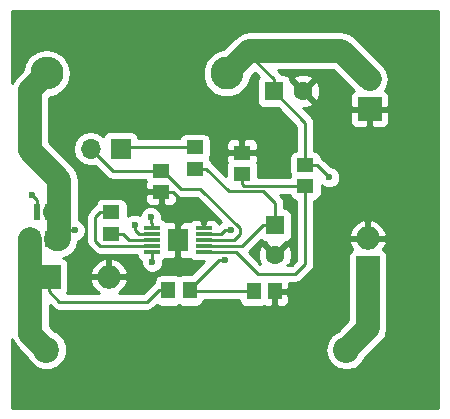
<source format=gbr>
G04 #@! TF.FileFunction,Copper,L1,Top,Signal*
%FSLAX46Y46*%
G04 Gerber Fmt 4.6, Leading zero omitted, Abs format (unit mm)*
G04 Created by KiCad (PCBNEW 4.0.6) date 2017 July 13, Thursday 09:44:44*
%MOMM*%
%LPD*%
G01*
G04 APERTURE LIST*
%ADD10C,0.100000*%
%ADD11O,1.998980X1.998980*%
%ADD12R,1.998980X1.998980*%
%ADD13R,1.450000X1.150000*%
%ADD14R,1.150000X1.450000*%
%ADD15R,1.700000X1.700000*%
%ADD16O,1.700000X1.700000*%
%ADD17C,2.200000*%
%ADD18O,2.200000X2.200000*%
%ADD19R,0.600000X1.400000*%
%ADD20R,1.371600X0.330200*%
%ADD21R,1.727200X1.905000*%
%ADD22R,1.600000X1.600000*%
%ADD23C,1.600000*%
%ADD24R,2.000000X2.000000*%
%ADD25O,2.000000X2.000000*%
%ADD26C,2.800000*%
%ADD27O,2.800000X2.800000*%
%ADD28C,0.600000*%
%ADD29C,0.250000*%
%ADD30C,2.000000*%
%ADD31C,0.254000*%
G04 APERTURE END LIST*
D10*
D11*
X170810000Y-124950000D03*
D12*
X170810000Y-127490000D03*
D11*
X170960000Y-111480000D03*
D12*
X170960000Y-114020000D03*
D13*
X149100000Y-122770000D03*
X149100000Y-124570000D03*
D14*
X161140000Y-129440000D03*
X162940000Y-129440000D03*
D15*
X149880000Y-117370000D03*
D16*
X147340000Y-117370000D03*
D17*
X143600000Y-134400000D03*
D18*
X169000000Y-134400000D03*
D13*
X156150000Y-119070000D03*
X156150000Y-117270000D03*
X153320000Y-119230000D03*
X153320000Y-121030000D03*
D14*
X153930000Y-129380000D03*
X155730000Y-129380000D03*
D13*
X160150000Y-119510000D03*
X160150000Y-117710000D03*
X165530000Y-120550000D03*
X165530000Y-118750000D03*
D19*
X144700000Y-122705000D03*
X143750000Y-122705000D03*
X142800000Y-122705000D03*
X144700000Y-125035000D03*
X143750000Y-125035000D03*
X142800000Y-125035000D03*
D20*
X156914400Y-126090600D03*
X156914400Y-125608000D03*
X156914400Y-125100000D03*
X156914400Y-124592000D03*
X156914400Y-124109400D03*
X152545600Y-124109400D03*
X152545600Y-124592000D03*
X152545600Y-125100000D03*
X152545600Y-125608000D03*
X152545600Y-126090600D03*
D21*
X154730000Y-125100000D03*
D22*
X162980000Y-123870000D03*
D23*
X162980000Y-126370000D03*
D22*
X162840000Y-112510000D03*
D23*
X165340000Y-112510000D03*
D24*
X143810000Y-128210000D03*
D25*
X148890000Y-128210000D03*
D26*
X158870000Y-111000000D03*
D27*
X143630000Y-111000000D03*
D28*
X161671000Y-118046500D03*
X155818500Y-122809000D03*
X164540000Y-129720000D03*
X152560000Y-126930000D03*
X167550000Y-119795000D03*
X159190000Y-124240000D03*
X158700000Y-126760000D03*
X151070000Y-123810000D03*
X146000000Y-124285000D03*
X152430000Y-123180000D03*
X142380000Y-121335000D03*
D29*
X161970010Y-121000010D02*
X159055010Y-121000010D01*
X159055010Y-121000010D02*
X157125000Y-119070000D01*
X157125000Y-119070000D02*
X156150000Y-119070000D01*
X162980000Y-122010000D02*
X161970010Y-121000010D01*
X162980000Y-123870000D02*
X162980000Y-122010000D01*
X162980000Y-123870000D02*
X161930000Y-123870000D01*
X161930000Y-123870000D02*
X160199501Y-125600499D01*
X157860201Y-125600499D02*
X156914400Y-125600499D01*
X160199501Y-125600499D02*
X157860201Y-125600499D01*
X161334500Y-117710000D02*
X161671000Y-118046500D01*
X160150000Y-117710000D02*
X161334500Y-117710000D01*
X154295000Y-121030000D02*
X156074000Y-122809000D01*
X156074000Y-122809000D02*
X156914400Y-123649400D01*
X154730000Y-125100000D02*
X154730000Y-123897500D01*
X154730000Y-123897500D02*
X155818500Y-122809000D01*
X155818500Y-122809000D02*
X156074000Y-122809000D01*
X153320000Y-121030000D02*
X154295000Y-121030000D01*
X156914400Y-123649400D02*
X156914400Y-124101899D01*
X154730000Y-125100000D02*
X154730000Y-125011100D01*
X153470000Y-121030000D02*
X153320000Y-121030000D01*
X164075000Y-129750000D02*
X164510000Y-129750000D01*
X164510000Y-129750000D02*
X164540000Y-129720000D01*
X162940000Y-129440000D02*
X163765000Y-129440000D01*
X163765000Y-129440000D02*
X164075000Y-129750000D01*
X147740000Y-125200000D02*
X148140499Y-125600499D01*
X148140499Y-125600499D02*
X151599799Y-125600499D01*
X151599799Y-125600499D02*
X152545600Y-125600499D01*
X147740000Y-123155000D02*
X147740000Y-125200000D01*
X149100000Y-122770000D02*
X148125000Y-122770000D01*
X148125000Y-122770000D02*
X147740000Y-123155000D01*
X152560000Y-126930000D02*
X152560000Y-126505736D01*
X152560000Y-126505736D02*
X152545600Y-126491336D01*
X152545600Y-126491336D02*
X152545600Y-126098101D01*
X165530000Y-118750000D02*
X166505000Y-118750000D01*
X166505000Y-118750000D02*
X167550000Y-119795000D01*
X162840000Y-112510000D02*
X162840000Y-111460000D01*
X162840000Y-111460000D02*
X160790000Y-109410000D01*
X160790000Y-109410000D02*
X160790000Y-109080000D01*
X165530000Y-118750000D02*
X165530000Y-115200000D01*
X165530000Y-115200000D02*
X162840000Y-112510000D01*
X149100000Y-124570000D02*
X150075000Y-124570000D01*
X150075000Y-124570000D02*
X150605000Y-125100000D01*
X150605000Y-125100000D02*
X151609800Y-125100000D01*
X151609800Y-125100000D02*
X152545600Y-125100000D01*
D30*
X168560000Y-109080000D02*
X160790000Y-109080000D01*
X160790000Y-109080000D02*
X158870000Y-111000000D01*
X170960000Y-111480000D02*
X168560000Y-109080000D01*
D29*
X159190000Y-124240000D02*
X158765736Y-124240000D01*
X158765736Y-124240000D02*
X158406235Y-124599501D01*
X158406235Y-124599501D02*
X157860201Y-124599501D01*
X157860201Y-124599501D02*
X156914400Y-124599501D01*
X158200000Y-126760000D02*
X158700000Y-126760000D01*
X155730000Y-129380000D02*
X155730000Y-129230000D01*
X155730000Y-129230000D02*
X158200000Y-126760000D01*
X161140000Y-129440000D02*
X155790000Y-129440000D01*
X155790000Y-129440000D02*
X155730000Y-129380000D01*
X143810000Y-128210000D02*
X143810000Y-129460000D01*
X143810000Y-129460000D02*
X144705000Y-130355000D01*
X144705000Y-130355000D02*
X152130000Y-130355000D01*
X152130000Y-130355000D02*
X153105000Y-129380000D01*
X153105000Y-129380000D02*
X153930000Y-129380000D01*
D30*
X142249999Y-133049999D02*
X142249999Y-128310000D01*
X142249999Y-128310000D02*
X142249999Y-126695001D01*
D29*
X143810000Y-128210000D02*
X142560000Y-128210000D01*
X142560000Y-128210000D02*
X142460000Y-128310000D01*
X142460000Y-128310000D02*
X142249999Y-128310000D01*
D30*
X143810000Y-128210000D02*
X143764998Y-128210000D01*
X143600000Y-134400000D02*
X142249999Y-133049999D01*
X142249999Y-126695001D02*
X142249999Y-125035000D01*
D29*
X156150000Y-117270000D02*
X149980000Y-117270000D01*
X149980000Y-117270000D02*
X149880000Y-117370000D01*
X153320000Y-119230000D02*
X149200000Y-119230000D01*
X149200000Y-119230000D02*
X147340000Y-117370000D01*
X155000000Y-120760000D02*
X156635002Y-120760000D01*
X156635002Y-120760000D02*
X159990000Y-124114998D01*
X159990000Y-124114998D02*
X159990000Y-124570000D01*
X156914400Y-125100000D02*
X159460000Y-125100000D01*
X155000000Y-120760000D02*
X153470000Y-119230000D01*
X153470000Y-119230000D02*
X153320000Y-119230000D01*
X159460000Y-125100000D02*
X159990000Y-124570000D01*
D30*
X170810000Y-127490000D02*
X170810000Y-132590000D01*
X170810000Y-132590000D02*
X169000000Y-134400000D01*
D29*
X165530000Y-120550000D02*
X160365000Y-120550000D01*
X160365000Y-120550000D02*
X160150000Y-120335000D01*
X160150000Y-120335000D02*
X160150000Y-119510000D01*
X161530000Y-127990000D02*
X159638101Y-126098101D01*
X159638101Y-126098101D02*
X157860201Y-126098101D01*
X157860201Y-126098101D02*
X156914400Y-126098101D01*
X164690000Y-127990000D02*
X161530000Y-127990000D01*
X165530000Y-127150000D02*
X164690000Y-127990000D01*
X165530000Y-120550000D02*
X165530000Y-127150000D01*
X146000000Y-124285000D02*
X145450000Y-124285000D01*
X145450000Y-124285000D02*
X144700000Y-125035000D01*
D30*
X144700000Y-125035000D02*
X144450009Y-125035000D01*
X144700000Y-122705000D02*
X144700000Y-125035000D01*
X144700000Y-122705000D02*
X144300001Y-122705000D01*
X142230001Y-117528501D02*
X144700000Y-119998500D01*
X144700000Y-119998500D02*
X144700000Y-122705000D01*
X143630000Y-111000000D02*
X142230001Y-112399999D01*
X142230001Y-112399999D02*
X142230001Y-117528501D01*
D29*
X151070000Y-123810000D02*
X151070000Y-124234264D01*
X151070000Y-124234264D02*
X151435237Y-124599501D01*
X151435237Y-124599501D02*
X151599799Y-124599501D01*
X151599799Y-124599501D02*
X152545600Y-124599501D01*
X152430000Y-123180000D02*
X152430000Y-123604264D01*
X152430000Y-123604264D02*
X152545600Y-123719864D01*
X152545600Y-123719864D02*
X152545600Y-124101899D01*
X142800000Y-122705000D02*
X142800000Y-121755000D01*
X142800000Y-121755000D02*
X142380000Y-121335000D01*
D31*
G36*
X176790000Y-139290000D02*
X140710000Y-139290000D01*
X140710000Y-133527603D01*
X140739456Y-133675687D01*
X141093879Y-134206119D01*
X142029002Y-135141241D01*
X142128281Y-135381515D01*
X142615918Y-135870004D01*
X143253373Y-136134699D01*
X143943599Y-136135301D01*
X144581515Y-135871719D01*
X145070004Y-135384082D01*
X145334699Y-134746627D01*
X145335001Y-134400000D01*
X167231009Y-134400000D01*
X167363078Y-135063956D01*
X167739179Y-135626830D01*
X168302053Y-136002931D01*
X168966009Y-136135000D01*
X169033991Y-136135000D01*
X169697947Y-136002931D01*
X170260821Y-135626830D01*
X170614043Y-135098197D01*
X171966117Y-133746122D01*
X171966120Y-133746120D01*
X172320543Y-133215687D01*
X172329000Y-133173170D01*
X172445001Y-132590000D01*
X172445000Y-132589995D01*
X172445000Y-128548402D01*
X172456930Y-128489490D01*
X172456930Y-126490510D01*
X172412652Y-126255193D01*
X172273580Y-126039069D01*
X172112351Y-125928906D01*
X172133068Y-125909726D01*
X172399627Y-125330355D01*
X172280807Y-125077000D01*
X170937000Y-125077000D01*
X170937000Y-125097000D01*
X170683000Y-125097000D01*
X170683000Y-125077000D01*
X169339193Y-125077000D01*
X169220373Y-125330355D01*
X169486932Y-125909726D01*
X169508863Y-125930030D01*
X169359069Y-126026420D01*
X169214079Y-126238620D01*
X169163070Y-126490510D01*
X169163070Y-128489490D01*
X169175000Y-128552892D01*
X169175000Y-131912761D01*
X168267812Y-132819948D01*
X167739179Y-133173170D01*
X167363078Y-133736044D01*
X167231009Y-134400000D01*
X145335001Y-134400000D01*
X145335301Y-134056401D01*
X145071719Y-133418485D01*
X144584082Y-132929996D01*
X144341511Y-132829271D01*
X143884999Y-132372759D01*
X143884999Y-130609801D01*
X144167599Y-130892401D01*
X144414161Y-131057148D01*
X144705000Y-131115000D01*
X152130000Y-131115000D01*
X152420839Y-131057148D01*
X152667401Y-130892401D01*
X152957715Y-130602087D01*
X153103110Y-130701431D01*
X153355000Y-130752440D01*
X154505000Y-130752440D01*
X154740317Y-130708162D01*
X154829228Y-130650949D01*
X154903110Y-130701431D01*
X155155000Y-130752440D01*
X156305000Y-130752440D01*
X156540317Y-130708162D01*
X156756441Y-130569090D01*
X156901431Y-130356890D01*
X156933202Y-130200000D01*
X159924146Y-130200000D01*
X159961838Y-130400317D01*
X160100910Y-130616441D01*
X160313110Y-130761431D01*
X160565000Y-130812440D01*
X161715000Y-130812440D01*
X161950317Y-130768162D01*
X162033148Y-130714861D01*
X162238691Y-130800000D01*
X162654250Y-130800000D01*
X162813000Y-130641250D01*
X162813000Y-129567000D01*
X163067000Y-129567000D01*
X163067000Y-130641250D01*
X163225750Y-130800000D01*
X163641309Y-130800000D01*
X163874698Y-130703327D01*
X164053327Y-130524699D01*
X164150000Y-130291310D01*
X164150000Y-129725750D01*
X163991250Y-129567000D01*
X163067000Y-129567000D01*
X162813000Y-129567000D01*
X162793000Y-129567000D01*
X162793000Y-129313000D01*
X162813000Y-129313000D01*
X162813000Y-129293000D01*
X163067000Y-129293000D01*
X163067000Y-129313000D01*
X163991250Y-129313000D01*
X164150000Y-129154250D01*
X164150000Y-128750000D01*
X164690000Y-128750000D01*
X164980839Y-128692148D01*
X165227401Y-128527401D01*
X166067401Y-127687401D01*
X166232148Y-127440840D01*
X166290000Y-127150000D01*
X166290000Y-124569645D01*
X169220373Y-124569645D01*
X169339193Y-124823000D01*
X170683000Y-124823000D01*
X170683000Y-123479735D01*
X170937000Y-123479735D01*
X170937000Y-124823000D01*
X172280807Y-124823000D01*
X172399627Y-124569645D01*
X172133068Y-123990274D01*
X171665084Y-123557013D01*
X171190354Y-123360381D01*
X170937000Y-123479735D01*
X170683000Y-123479735D01*
X170429646Y-123360381D01*
X169954916Y-123557013D01*
X169486932Y-123990274D01*
X169220373Y-124569645D01*
X166290000Y-124569645D01*
X166290000Y-121765854D01*
X166490317Y-121728162D01*
X166706441Y-121589090D01*
X166851431Y-121376890D01*
X166902440Y-121125000D01*
X166902440Y-120469754D01*
X167019673Y-120587192D01*
X167363201Y-120729838D01*
X167735167Y-120730162D01*
X168078943Y-120588117D01*
X168342192Y-120325327D01*
X168484838Y-119981799D01*
X168485162Y-119609833D01*
X168343117Y-119266057D01*
X168080327Y-119002808D01*
X167736799Y-118860162D01*
X167689923Y-118860121D01*
X167042401Y-118212599D01*
X166890405Y-118111039D01*
X166858162Y-117939683D01*
X166719090Y-117723559D01*
X166506890Y-117578569D01*
X166290000Y-117534648D01*
X166290000Y-115200000D01*
X166232148Y-114909161D01*
X166067401Y-114662599D01*
X165710552Y-114305750D01*
X169325510Y-114305750D01*
X169325510Y-115145799D01*
X169422183Y-115379188D01*
X169600811Y-115557817D01*
X169834200Y-115654490D01*
X170674250Y-115654490D01*
X170833000Y-115495740D01*
X170833000Y-114147000D01*
X171087000Y-114147000D01*
X171087000Y-115495740D01*
X171245750Y-115654490D01*
X172085800Y-115654490D01*
X172319189Y-115557817D01*
X172497817Y-115379188D01*
X172594490Y-115145799D01*
X172594490Y-114305750D01*
X172435740Y-114147000D01*
X171087000Y-114147000D01*
X170833000Y-114147000D01*
X169484260Y-114147000D01*
X169325510Y-114305750D01*
X165710552Y-114305750D01*
X165350911Y-113946109D01*
X165693454Y-113929778D01*
X166094005Y-113763864D01*
X166168139Y-113517745D01*
X165340000Y-112689605D01*
X165325858Y-112703748D01*
X165146252Y-112524142D01*
X165160395Y-112510000D01*
X165519605Y-112510000D01*
X166347745Y-113338139D01*
X166593864Y-113264005D01*
X166786965Y-112726777D01*
X166759778Y-112156546D01*
X166593864Y-111755995D01*
X166347745Y-111681861D01*
X165519605Y-112510000D01*
X165160395Y-112510000D01*
X164332255Y-111681861D01*
X164284833Y-111696145D01*
X164248351Y-111502255D01*
X164511861Y-111502255D01*
X165340000Y-112330395D01*
X166168139Y-111502255D01*
X166094005Y-111256136D01*
X165556777Y-111063035D01*
X164986546Y-111090222D01*
X164585995Y-111256136D01*
X164511861Y-111502255D01*
X164248351Y-111502255D01*
X164243162Y-111474683D01*
X164104090Y-111258559D01*
X163891890Y-111113569D01*
X163640000Y-111062560D01*
X163470920Y-111062560D01*
X163377401Y-110922599D01*
X163169802Y-110715000D01*
X167882760Y-110715000D01*
X169635553Y-112467792D01*
X169600811Y-112482183D01*
X169422183Y-112660812D01*
X169325510Y-112894201D01*
X169325510Y-113734250D01*
X169484260Y-113893000D01*
X170833000Y-113893000D01*
X170833000Y-113873000D01*
X171087000Y-113873000D01*
X171087000Y-113893000D01*
X172435740Y-113893000D01*
X172594490Y-113734250D01*
X172594490Y-112894201D01*
X172497817Y-112660812D01*
X172319189Y-112482183D01*
X172256987Y-112456418D01*
X172470072Y-112137514D01*
X172594490Y-111512022D01*
X172594490Y-111482569D01*
X172595001Y-111480000D01*
X172594490Y-111477431D01*
X172594490Y-111447978D01*
X172470072Y-110822486D01*
X172115759Y-110292219D01*
X172021428Y-110229189D01*
X169716120Y-107923880D01*
X169185688Y-107569457D01*
X168560000Y-107444999D01*
X168559995Y-107445000D01*
X160790005Y-107445000D01*
X160790000Y-107444999D01*
X160164312Y-107569457D01*
X159633880Y-107923880D01*
X158593002Y-108964758D01*
X158466989Y-108964648D01*
X157718771Y-109273805D01*
X157145817Y-109845760D01*
X156835354Y-110593438D01*
X156834648Y-111403011D01*
X157143805Y-112151229D01*
X157715760Y-112724183D01*
X158463438Y-113034646D01*
X159273011Y-113035352D01*
X160021229Y-112726195D01*
X160594183Y-112154240D01*
X160904646Y-111406562D01*
X160904759Y-111277481D01*
X161243719Y-110938521D01*
X161573357Y-111268159D01*
X161443569Y-111458110D01*
X161392560Y-111710000D01*
X161392560Y-113310000D01*
X161436838Y-113545317D01*
X161575910Y-113761441D01*
X161788110Y-113906431D01*
X162040000Y-113957440D01*
X163212638Y-113957440D01*
X164770000Y-115514802D01*
X164770000Y-117534146D01*
X164569683Y-117571838D01*
X164353559Y-117710910D01*
X164208569Y-117923110D01*
X164157560Y-118175000D01*
X164157560Y-119325000D01*
X164201838Y-119560317D01*
X164259051Y-119649228D01*
X164208569Y-119723110D01*
X164195023Y-119790000D01*
X161522440Y-119790000D01*
X161522440Y-118935000D01*
X161478162Y-118699683D01*
X161424861Y-118616852D01*
X161510000Y-118411309D01*
X161510000Y-117995750D01*
X161351250Y-117837000D01*
X160277000Y-117837000D01*
X160277000Y-117857000D01*
X160023000Y-117857000D01*
X160023000Y-117837000D01*
X158948750Y-117837000D01*
X158790000Y-117995750D01*
X158790000Y-118411309D01*
X158874649Y-118615670D01*
X158828569Y-118683110D01*
X158777560Y-118935000D01*
X158777560Y-119647758D01*
X157662401Y-118532599D01*
X157510405Y-118431039D01*
X157478162Y-118259683D01*
X157420949Y-118170772D01*
X157471431Y-118096890D01*
X157522440Y-117845000D01*
X157522440Y-117008691D01*
X158790000Y-117008691D01*
X158790000Y-117424250D01*
X158948750Y-117583000D01*
X160023000Y-117583000D01*
X160023000Y-116658750D01*
X160277000Y-116658750D01*
X160277000Y-117583000D01*
X161351250Y-117583000D01*
X161510000Y-117424250D01*
X161510000Y-117008691D01*
X161413327Y-116775302D01*
X161234699Y-116596673D01*
X161001310Y-116500000D01*
X160435750Y-116500000D01*
X160277000Y-116658750D01*
X160023000Y-116658750D01*
X159864250Y-116500000D01*
X159298690Y-116500000D01*
X159065301Y-116596673D01*
X158886673Y-116775302D01*
X158790000Y-117008691D01*
X157522440Y-117008691D01*
X157522440Y-116695000D01*
X157478162Y-116459683D01*
X157339090Y-116243559D01*
X157126890Y-116098569D01*
X156875000Y-116047560D01*
X155425000Y-116047560D01*
X155189683Y-116091838D01*
X154973559Y-116230910D01*
X154828569Y-116443110D01*
X154815023Y-116510000D01*
X151375558Y-116510000D01*
X151333162Y-116284683D01*
X151194090Y-116068559D01*
X150981890Y-115923569D01*
X150730000Y-115872560D01*
X149030000Y-115872560D01*
X148794683Y-115916838D01*
X148578559Y-116055910D01*
X148433569Y-116268110D01*
X148419914Y-116335541D01*
X148390054Y-116290853D01*
X147908285Y-115968946D01*
X147340000Y-115855907D01*
X146771715Y-115968946D01*
X146289946Y-116290853D01*
X145968039Y-116772622D01*
X145855000Y-117340907D01*
X145855000Y-117399093D01*
X145968039Y-117967378D01*
X146289946Y-118449147D01*
X146771715Y-118771054D01*
X147340000Y-118884093D01*
X147706408Y-118811210D01*
X148662599Y-119767401D01*
X148909160Y-119932148D01*
X149200000Y-119990000D01*
X151982370Y-119990000D01*
X151991838Y-120040317D01*
X152045139Y-120123148D01*
X151960000Y-120328691D01*
X151960000Y-120744250D01*
X152118750Y-120903000D01*
X153193000Y-120903000D01*
X153193000Y-120883000D01*
X153447000Y-120883000D01*
X153447000Y-120903000D01*
X153467000Y-120903000D01*
X153467000Y-121157000D01*
X153447000Y-121157000D01*
X153447000Y-122081250D01*
X153605750Y-122240000D01*
X154171310Y-122240000D01*
X154404699Y-122143327D01*
X154583327Y-121964698D01*
X154680000Y-121731309D01*
X154680000Y-121442663D01*
X154709161Y-121462148D01*
X155000000Y-121520000D01*
X156320200Y-121520000D01*
X158392864Y-123592664D01*
X158228335Y-123702599D01*
X158199392Y-123731542D01*
X158138527Y-123584601D01*
X157959898Y-123405973D01*
X157726509Y-123309300D01*
X157200150Y-123309300D01*
X157041400Y-123468050D01*
X157041400Y-123779460D01*
X156787400Y-123779460D01*
X156787400Y-123468050D01*
X156628650Y-123309300D01*
X156102291Y-123309300D01*
X155868902Y-123405973D01*
X155749937Y-123524938D01*
X155719909Y-123512500D01*
X155015750Y-123512500D01*
X154857000Y-123671250D01*
X154857000Y-124973000D01*
X154877000Y-124973000D01*
X154877000Y-125227000D01*
X154857000Y-125227000D01*
X154857000Y-126528750D01*
X155015750Y-126687500D01*
X155719909Y-126687500D01*
X155745145Y-126677047D01*
X155764510Y-126707141D01*
X155976710Y-126852131D01*
X156228600Y-126903140D01*
X156982057Y-126903140D01*
X155877638Y-128007560D01*
X155155000Y-128007560D01*
X154919683Y-128051838D01*
X154830772Y-128109051D01*
X154756890Y-128058569D01*
X154505000Y-128007560D01*
X153355000Y-128007560D01*
X153119683Y-128051838D01*
X152903559Y-128190910D01*
X152758569Y-128403110D01*
X152707560Y-128655000D01*
X152707560Y-128749080D01*
X152567599Y-128842599D01*
X151815198Y-129595000D01*
X149716325Y-129595000D01*
X149849994Y-129533505D01*
X150283402Y-129065385D01*
X150480124Y-128590434D01*
X150360777Y-128337000D01*
X149017000Y-128337000D01*
X149017000Y-128357000D01*
X148763000Y-128357000D01*
X148763000Y-128337000D01*
X147419223Y-128337000D01*
X147299876Y-128590434D01*
X147496598Y-129065385D01*
X147930006Y-129533505D01*
X148063675Y-129595000D01*
X145315481Y-129595000D01*
X145406431Y-129461890D01*
X145457440Y-129210000D01*
X145457440Y-127829566D01*
X147299876Y-127829566D01*
X147419223Y-128083000D01*
X148763000Y-128083000D01*
X148763000Y-126738681D01*
X149017000Y-126738681D01*
X149017000Y-128083000D01*
X150360777Y-128083000D01*
X150480124Y-127829566D01*
X150283402Y-127354615D01*
X149849994Y-126886495D01*
X149270435Y-126619867D01*
X149017000Y-126738681D01*
X148763000Y-126738681D01*
X148509565Y-126619867D01*
X147930006Y-126886495D01*
X147496598Y-127354615D01*
X147299876Y-127829566D01*
X145457440Y-127829566D01*
X145457440Y-127210000D01*
X145413162Y-126974683D01*
X145274090Y-126758559D01*
X145061890Y-126613569D01*
X145023144Y-126605723D01*
X145325687Y-126545543D01*
X145856120Y-126191120D01*
X146210543Y-125660687D01*
X146308288Y-125169290D01*
X146528943Y-125078117D01*
X146792192Y-124815327D01*
X146934838Y-124471799D01*
X146935162Y-124099833D01*
X146793117Y-123756057D01*
X146530327Y-123492808D01*
X146335000Y-123411701D01*
X146335000Y-123155000D01*
X146980000Y-123155000D01*
X146980000Y-125200000D01*
X147037852Y-125490839D01*
X147202599Y-125737401D01*
X147603098Y-126137900D01*
X147849660Y-126302647D01*
X148140499Y-126360499D01*
X151232079Y-126360499D01*
X151256638Y-126491017D01*
X151395710Y-126707141D01*
X151607910Y-126852131D01*
X151625064Y-126855605D01*
X151624838Y-127115167D01*
X151766883Y-127458943D01*
X152029673Y-127722192D01*
X152373201Y-127864838D01*
X152745167Y-127865162D01*
X153088943Y-127723117D01*
X153352192Y-127460327D01*
X153494838Y-127116799D01*
X153495079Y-126840612D01*
X153682841Y-126719790D01*
X153712666Y-126676140D01*
X153740091Y-126687500D01*
X154444250Y-126687500D01*
X154603000Y-126528750D01*
X154603000Y-125227000D01*
X154583000Y-125227000D01*
X154583000Y-124973000D01*
X154603000Y-124973000D01*
X154603000Y-123671250D01*
X154444250Y-123512500D01*
X153740091Y-123512500D01*
X153714855Y-123522953D01*
X153695490Y-123492859D01*
X153483290Y-123347869D01*
X153364875Y-123323889D01*
X153365162Y-122994833D01*
X153223117Y-122651057D01*
X152960327Y-122387808D01*
X152616799Y-122245162D01*
X152244833Y-122244838D01*
X151901057Y-122386883D01*
X151637808Y-122649673D01*
X151501913Y-122976943D01*
X151256799Y-122875162D01*
X150884833Y-122874838D01*
X150541057Y-123016883D01*
X150472440Y-123085380D01*
X150472440Y-122195000D01*
X150428162Y-121959683D01*
X150289090Y-121743559D01*
X150076890Y-121598569D01*
X149825000Y-121547560D01*
X148375000Y-121547560D01*
X148139683Y-121591838D01*
X147923559Y-121730910D01*
X147778569Y-121943110D01*
X147740656Y-122130329D01*
X147587599Y-122232599D01*
X147202599Y-122617599D01*
X147037852Y-122864161D01*
X146980000Y-123155000D01*
X146335000Y-123155000D01*
X146335000Y-121315750D01*
X151960000Y-121315750D01*
X151960000Y-121731309D01*
X152056673Y-121964698D01*
X152235301Y-122143327D01*
X152468690Y-122240000D01*
X153034250Y-122240000D01*
X153193000Y-122081250D01*
X153193000Y-121157000D01*
X152118750Y-121157000D01*
X151960000Y-121315750D01*
X146335000Y-121315750D01*
X146335000Y-119998505D01*
X146335001Y-119998500D01*
X146210543Y-119372812D01*
X145856120Y-118842380D01*
X143865001Y-116851261D01*
X143865001Y-113077239D01*
X143966180Y-112976060D01*
X144448629Y-112880095D01*
X145108830Y-112438962D01*
X145549963Y-111778761D01*
X145704868Y-111000000D01*
X145549963Y-110221239D01*
X145108830Y-109561038D01*
X144448629Y-109119905D01*
X143669868Y-108965000D01*
X143590132Y-108965000D01*
X142811371Y-109119905D01*
X142151170Y-109561038D01*
X141710037Y-110221239D01*
X141614072Y-110703688D01*
X141073881Y-111243879D01*
X140719458Y-111774311D01*
X140710000Y-111821859D01*
X140710000Y-105710000D01*
X176790000Y-105710000D01*
X176790000Y-139290000D01*
X176790000Y-139290000D01*
G37*
X176790000Y-139290000D02*
X140710000Y-139290000D01*
X140710000Y-133527603D01*
X140739456Y-133675687D01*
X141093879Y-134206119D01*
X142029002Y-135141241D01*
X142128281Y-135381515D01*
X142615918Y-135870004D01*
X143253373Y-136134699D01*
X143943599Y-136135301D01*
X144581515Y-135871719D01*
X145070004Y-135384082D01*
X145334699Y-134746627D01*
X145335001Y-134400000D01*
X167231009Y-134400000D01*
X167363078Y-135063956D01*
X167739179Y-135626830D01*
X168302053Y-136002931D01*
X168966009Y-136135000D01*
X169033991Y-136135000D01*
X169697947Y-136002931D01*
X170260821Y-135626830D01*
X170614043Y-135098197D01*
X171966117Y-133746122D01*
X171966120Y-133746120D01*
X172320543Y-133215687D01*
X172329000Y-133173170D01*
X172445001Y-132590000D01*
X172445000Y-132589995D01*
X172445000Y-128548402D01*
X172456930Y-128489490D01*
X172456930Y-126490510D01*
X172412652Y-126255193D01*
X172273580Y-126039069D01*
X172112351Y-125928906D01*
X172133068Y-125909726D01*
X172399627Y-125330355D01*
X172280807Y-125077000D01*
X170937000Y-125077000D01*
X170937000Y-125097000D01*
X170683000Y-125097000D01*
X170683000Y-125077000D01*
X169339193Y-125077000D01*
X169220373Y-125330355D01*
X169486932Y-125909726D01*
X169508863Y-125930030D01*
X169359069Y-126026420D01*
X169214079Y-126238620D01*
X169163070Y-126490510D01*
X169163070Y-128489490D01*
X169175000Y-128552892D01*
X169175000Y-131912761D01*
X168267812Y-132819948D01*
X167739179Y-133173170D01*
X167363078Y-133736044D01*
X167231009Y-134400000D01*
X145335001Y-134400000D01*
X145335301Y-134056401D01*
X145071719Y-133418485D01*
X144584082Y-132929996D01*
X144341511Y-132829271D01*
X143884999Y-132372759D01*
X143884999Y-130609801D01*
X144167599Y-130892401D01*
X144414161Y-131057148D01*
X144705000Y-131115000D01*
X152130000Y-131115000D01*
X152420839Y-131057148D01*
X152667401Y-130892401D01*
X152957715Y-130602087D01*
X153103110Y-130701431D01*
X153355000Y-130752440D01*
X154505000Y-130752440D01*
X154740317Y-130708162D01*
X154829228Y-130650949D01*
X154903110Y-130701431D01*
X155155000Y-130752440D01*
X156305000Y-130752440D01*
X156540317Y-130708162D01*
X156756441Y-130569090D01*
X156901431Y-130356890D01*
X156933202Y-130200000D01*
X159924146Y-130200000D01*
X159961838Y-130400317D01*
X160100910Y-130616441D01*
X160313110Y-130761431D01*
X160565000Y-130812440D01*
X161715000Y-130812440D01*
X161950317Y-130768162D01*
X162033148Y-130714861D01*
X162238691Y-130800000D01*
X162654250Y-130800000D01*
X162813000Y-130641250D01*
X162813000Y-129567000D01*
X163067000Y-129567000D01*
X163067000Y-130641250D01*
X163225750Y-130800000D01*
X163641309Y-130800000D01*
X163874698Y-130703327D01*
X164053327Y-130524699D01*
X164150000Y-130291310D01*
X164150000Y-129725750D01*
X163991250Y-129567000D01*
X163067000Y-129567000D01*
X162813000Y-129567000D01*
X162793000Y-129567000D01*
X162793000Y-129313000D01*
X162813000Y-129313000D01*
X162813000Y-129293000D01*
X163067000Y-129293000D01*
X163067000Y-129313000D01*
X163991250Y-129313000D01*
X164150000Y-129154250D01*
X164150000Y-128750000D01*
X164690000Y-128750000D01*
X164980839Y-128692148D01*
X165227401Y-128527401D01*
X166067401Y-127687401D01*
X166232148Y-127440840D01*
X166290000Y-127150000D01*
X166290000Y-124569645D01*
X169220373Y-124569645D01*
X169339193Y-124823000D01*
X170683000Y-124823000D01*
X170683000Y-123479735D01*
X170937000Y-123479735D01*
X170937000Y-124823000D01*
X172280807Y-124823000D01*
X172399627Y-124569645D01*
X172133068Y-123990274D01*
X171665084Y-123557013D01*
X171190354Y-123360381D01*
X170937000Y-123479735D01*
X170683000Y-123479735D01*
X170429646Y-123360381D01*
X169954916Y-123557013D01*
X169486932Y-123990274D01*
X169220373Y-124569645D01*
X166290000Y-124569645D01*
X166290000Y-121765854D01*
X166490317Y-121728162D01*
X166706441Y-121589090D01*
X166851431Y-121376890D01*
X166902440Y-121125000D01*
X166902440Y-120469754D01*
X167019673Y-120587192D01*
X167363201Y-120729838D01*
X167735167Y-120730162D01*
X168078943Y-120588117D01*
X168342192Y-120325327D01*
X168484838Y-119981799D01*
X168485162Y-119609833D01*
X168343117Y-119266057D01*
X168080327Y-119002808D01*
X167736799Y-118860162D01*
X167689923Y-118860121D01*
X167042401Y-118212599D01*
X166890405Y-118111039D01*
X166858162Y-117939683D01*
X166719090Y-117723559D01*
X166506890Y-117578569D01*
X166290000Y-117534648D01*
X166290000Y-115200000D01*
X166232148Y-114909161D01*
X166067401Y-114662599D01*
X165710552Y-114305750D01*
X169325510Y-114305750D01*
X169325510Y-115145799D01*
X169422183Y-115379188D01*
X169600811Y-115557817D01*
X169834200Y-115654490D01*
X170674250Y-115654490D01*
X170833000Y-115495740D01*
X170833000Y-114147000D01*
X171087000Y-114147000D01*
X171087000Y-115495740D01*
X171245750Y-115654490D01*
X172085800Y-115654490D01*
X172319189Y-115557817D01*
X172497817Y-115379188D01*
X172594490Y-115145799D01*
X172594490Y-114305750D01*
X172435740Y-114147000D01*
X171087000Y-114147000D01*
X170833000Y-114147000D01*
X169484260Y-114147000D01*
X169325510Y-114305750D01*
X165710552Y-114305750D01*
X165350911Y-113946109D01*
X165693454Y-113929778D01*
X166094005Y-113763864D01*
X166168139Y-113517745D01*
X165340000Y-112689605D01*
X165325858Y-112703748D01*
X165146252Y-112524142D01*
X165160395Y-112510000D01*
X165519605Y-112510000D01*
X166347745Y-113338139D01*
X166593864Y-113264005D01*
X166786965Y-112726777D01*
X166759778Y-112156546D01*
X166593864Y-111755995D01*
X166347745Y-111681861D01*
X165519605Y-112510000D01*
X165160395Y-112510000D01*
X164332255Y-111681861D01*
X164284833Y-111696145D01*
X164248351Y-111502255D01*
X164511861Y-111502255D01*
X165340000Y-112330395D01*
X166168139Y-111502255D01*
X166094005Y-111256136D01*
X165556777Y-111063035D01*
X164986546Y-111090222D01*
X164585995Y-111256136D01*
X164511861Y-111502255D01*
X164248351Y-111502255D01*
X164243162Y-111474683D01*
X164104090Y-111258559D01*
X163891890Y-111113569D01*
X163640000Y-111062560D01*
X163470920Y-111062560D01*
X163377401Y-110922599D01*
X163169802Y-110715000D01*
X167882760Y-110715000D01*
X169635553Y-112467792D01*
X169600811Y-112482183D01*
X169422183Y-112660812D01*
X169325510Y-112894201D01*
X169325510Y-113734250D01*
X169484260Y-113893000D01*
X170833000Y-113893000D01*
X170833000Y-113873000D01*
X171087000Y-113873000D01*
X171087000Y-113893000D01*
X172435740Y-113893000D01*
X172594490Y-113734250D01*
X172594490Y-112894201D01*
X172497817Y-112660812D01*
X172319189Y-112482183D01*
X172256987Y-112456418D01*
X172470072Y-112137514D01*
X172594490Y-111512022D01*
X172594490Y-111482569D01*
X172595001Y-111480000D01*
X172594490Y-111477431D01*
X172594490Y-111447978D01*
X172470072Y-110822486D01*
X172115759Y-110292219D01*
X172021428Y-110229189D01*
X169716120Y-107923880D01*
X169185688Y-107569457D01*
X168560000Y-107444999D01*
X168559995Y-107445000D01*
X160790005Y-107445000D01*
X160790000Y-107444999D01*
X160164312Y-107569457D01*
X159633880Y-107923880D01*
X158593002Y-108964758D01*
X158466989Y-108964648D01*
X157718771Y-109273805D01*
X157145817Y-109845760D01*
X156835354Y-110593438D01*
X156834648Y-111403011D01*
X157143805Y-112151229D01*
X157715760Y-112724183D01*
X158463438Y-113034646D01*
X159273011Y-113035352D01*
X160021229Y-112726195D01*
X160594183Y-112154240D01*
X160904646Y-111406562D01*
X160904759Y-111277481D01*
X161243719Y-110938521D01*
X161573357Y-111268159D01*
X161443569Y-111458110D01*
X161392560Y-111710000D01*
X161392560Y-113310000D01*
X161436838Y-113545317D01*
X161575910Y-113761441D01*
X161788110Y-113906431D01*
X162040000Y-113957440D01*
X163212638Y-113957440D01*
X164770000Y-115514802D01*
X164770000Y-117534146D01*
X164569683Y-117571838D01*
X164353559Y-117710910D01*
X164208569Y-117923110D01*
X164157560Y-118175000D01*
X164157560Y-119325000D01*
X164201838Y-119560317D01*
X164259051Y-119649228D01*
X164208569Y-119723110D01*
X164195023Y-119790000D01*
X161522440Y-119790000D01*
X161522440Y-118935000D01*
X161478162Y-118699683D01*
X161424861Y-118616852D01*
X161510000Y-118411309D01*
X161510000Y-117995750D01*
X161351250Y-117837000D01*
X160277000Y-117837000D01*
X160277000Y-117857000D01*
X160023000Y-117857000D01*
X160023000Y-117837000D01*
X158948750Y-117837000D01*
X158790000Y-117995750D01*
X158790000Y-118411309D01*
X158874649Y-118615670D01*
X158828569Y-118683110D01*
X158777560Y-118935000D01*
X158777560Y-119647758D01*
X157662401Y-118532599D01*
X157510405Y-118431039D01*
X157478162Y-118259683D01*
X157420949Y-118170772D01*
X157471431Y-118096890D01*
X157522440Y-117845000D01*
X157522440Y-117008691D01*
X158790000Y-117008691D01*
X158790000Y-117424250D01*
X158948750Y-117583000D01*
X160023000Y-117583000D01*
X160023000Y-116658750D01*
X160277000Y-116658750D01*
X160277000Y-117583000D01*
X161351250Y-117583000D01*
X161510000Y-117424250D01*
X161510000Y-117008691D01*
X161413327Y-116775302D01*
X161234699Y-116596673D01*
X161001310Y-116500000D01*
X160435750Y-116500000D01*
X160277000Y-116658750D01*
X160023000Y-116658750D01*
X159864250Y-116500000D01*
X159298690Y-116500000D01*
X159065301Y-116596673D01*
X158886673Y-116775302D01*
X158790000Y-117008691D01*
X157522440Y-117008691D01*
X157522440Y-116695000D01*
X157478162Y-116459683D01*
X157339090Y-116243559D01*
X157126890Y-116098569D01*
X156875000Y-116047560D01*
X155425000Y-116047560D01*
X155189683Y-116091838D01*
X154973559Y-116230910D01*
X154828569Y-116443110D01*
X154815023Y-116510000D01*
X151375558Y-116510000D01*
X151333162Y-116284683D01*
X151194090Y-116068559D01*
X150981890Y-115923569D01*
X150730000Y-115872560D01*
X149030000Y-115872560D01*
X148794683Y-115916838D01*
X148578559Y-116055910D01*
X148433569Y-116268110D01*
X148419914Y-116335541D01*
X148390054Y-116290853D01*
X147908285Y-115968946D01*
X147340000Y-115855907D01*
X146771715Y-115968946D01*
X146289946Y-116290853D01*
X145968039Y-116772622D01*
X145855000Y-117340907D01*
X145855000Y-117399093D01*
X145968039Y-117967378D01*
X146289946Y-118449147D01*
X146771715Y-118771054D01*
X147340000Y-118884093D01*
X147706408Y-118811210D01*
X148662599Y-119767401D01*
X148909160Y-119932148D01*
X149200000Y-119990000D01*
X151982370Y-119990000D01*
X151991838Y-120040317D01*
X152045139Y-120123148D01*
X151960000Y-120328691D01*
X151960000Y-120744250D01*
X152118750Y-120903000D01*
X153193000Y-120903000D01*
X153193000Y-120883000D01*
X153447000Y-120883000D01*
X153447000Y-120903000D01*
X153467000Y-120903000D01*
X153467000Y-121157000D01*
X153447000Y-121157000D01*
X153447000Y-122081250D01*
X153605750Y-122240000D01*
X154171310Y-122240000D01*
X154404699Y-122143327D01*
X154583327Y-121964698D01*
X154680000Y-121731309D01*
X154680000Y-121442663D01*
X154709161Y-121462148D01*
X155000000Y-121520000D01*
X156320200Y-121520000D01*
X158392864Y-123592664D01*
X158228335Y-123702599D01*
X158199392Y-123731542D01*
X158138527Y-123584601D01*
X157959898Y-123405973D01*
X157726509Y-123309300D01*
X157200150Y-123309300D01*
X157041400Y-123468050D01*
X157041400Y-123779460D01*
X156787400Y-123779460D01*
X156787400Y-123468050D01*
X156628650Y-123309300D01*
X156102291Y-123309300D01*
X155868902Y-123405973D01*
X155749937Y-123524938D01*
X155719909Y-123512500D01*
X155015750Y-123512500D01*
X154857000Y-123671250D01*
X154857000Y-124973000D01*
X154877000Y-124973000D01*
X154877000Y-125227000D01*
X154857000Y-125227000D01*
X154857000Y-126528750D01*
X155015750Y-126687500D01*
X155719909Y-126687500D01*
X155745145Y-126677047D01*
X155764510Y-126707141D01*
X155976710Y-126852131D01*
X156228600Y-126903140D01*
X156982057Y-126903140D01*
X155877638Y-128007560D01*
X155155000Y-128007560D01*
X154919683Y-128051838D01*
X154830772Y-128109051D01*
X154756890Y-128058569D01*
X154505000Y-128007560D01*
X153355000Y-128007560D01*
X153119683Y-128051838D01*
X152903559Y-128190910D01*
X152758569Y-128403110D01*
X152707560Y-128655000D01*
X152707560Y-128749080D01*
X152567599Y-128842599D01*
X151815198Y-129595000D01*
X149716325Y-129595000D01*
X149849994Y-129533505D01*
X150283402Y-129065385D01*
X150480124Y-128590434D01*
X150360777Y-128337000D01*
X149017000Y-128337000D01*
X149017000Y-128357000D01*
X148763000Y-128357000D01*
X148763000Y-128337000D01*
X147419223Y-128337000D01*
X147299876Y-128590434D01*
X147496598Y-129065385D01*
X147930006Y-129533505D01*
X148063675Y-129595000D01*
X145315481Y-129595000D01*
X145406431Y-129461890D01*
X145457440Y-129210000D01*
X145457440Y-127829566D01*
X147299876Y-127829566D01*
X147419223Y-128083000D01*
X148763000Y-128083000D01*
X148763000Y-126738681D01*
X149017000Y-126738681D01*
X149017000Y-128083000D01*
X150360777Y-128083000D01*
X150480124Y-127829566D01*
X150283402Y-127354615D01*
X149849994Y-126886495D01*
X149270435Y-126619867D01*
X149017000Y-126738681D01*
X148763000Y-126738681D01*
X148509565Y-126619867D01*
X147930006Y-126886495D01*
X147496598Y-127354615D01*
X147299876Y-127829566D01*
X145457440Y-127829566D01*
X145457440Y-127210000D01*
X145413162Y-126974683D01*
X145274090Y-126758559D01*
X145061890Y-126613569D01*
X145023144Y-126605723D01*
X145325687Y-126545543D01*
X145856120Y-126191120D01*
X146210543Y-125660687D01*
X146308288Y-125169290D01*
X146528943Y-125078117D01*
X146792192Y-124815327D01*
X146934838Y-124471799D01*
X146935162Y-124099833D01*
X146793117Y-123756057D01*
X146530327Y-123492808D01*
X146335000Y-123411701D01*
X146335000Y-123155000D01*
X146980000Y-123155000D01*
X146980000Y-125200000D01*
X147037852Y-125490839D01*
X147202599Y-125737401D01*
X147603098Y-126137900D01*
X147849660Y-126302647D01*
X148140499Y-126360499D01*
X151232079Y-126360499D01*
X151256638Y-126491017D01*
X151395710Y-126707141D01*
X151607910Y-126852131D01*
X151625064Y-126855605D01*
X151624838Y-127115167D01*
X151766883Y-127458943D01*
X152029673Y-127722192D01*
X152373201Y-127864838D01*
X152745167Y-127865162D01*
X153088943Y-127723117D01*
X153352192Y-127460327D01*
X153494838Y-127116799D01*
X153495079Y-126840612D01*
X153682841Y-126719790D01*
X153712666Y-126676140D01*
X153740091Y-126687500D01*
X154444250Y-126687500D01*
X154603000Y-126528750D01*
X154603000Y-125227000D01*
X154583000Y-125227000D01*
X154583000Y-124973000D01*
X154603000Y-124973000D01*
X154603000Y-123671250D01*
X154444250Y-123512500D01*
X153740091Y-123512500D01*
X153714855Y-123522953D01*
X153695490Y-123492859D01*
X153483290Y-123347869D01*
X153364875Y-123323889D01*
X153365162Y-122994833D01*
X153223117Y-122651057D01*
X152960327Y-122387808D01*
X152616799Y-122245162D01*
X152244833Y-122244838D01*
X151901057Y-122386883D01*
X151637808Y-122649673D01*
X151501913Y-122976943D01*
X151256799Y-122875162D01*
X150884833Y-122874838D01*
X150541057Y-123016883D01*
X150472440Y-123085380D01*
X150472440Y-122195000D01*
X150428162Y-121959683D01*
X150289090Y-121743559D01*
X150076890Y-121598569D01*
X149825000Y-121547560D01*
X148375000Y-121547560D01*
X148139683Y-121591838D01*
X147923559Y-121730910D01*
X147778569Y-121943110D01*
X147740656Y-122130329D01*
X147587599Y-122232599D01*
X147202599Y-122617599D01*
X147037852Y-122864161D01*
X146980000Y-123155000D01*
X146335000Y-123155000D01*
X146335000Y-121315750D01*
X151960000Y-121315750D01*
X151960000Y-121731309D01*
X152056673Y-121964698D01*
X152235301Y-122143327D01*
X152468690Y-122240000D01*
X153034250Y-122240000D01*
X153193000Y-122081250D01*
X153193000Y-121157000D01*
X152118750Y-121157000D01*
X151960000Y-121315750D01*
X146335000Y-121315750D01*
X146335000Y-119998505D01*
X146335001Y-119998500D01*
X146210543Y-119372812D01*
X145856120Y-118842380D01*
X143865001Y-116851261D01*
X143865001Y-113077239D01*
X143966180Y-112976060D01*
X144448629Y-112880095D01*
X145108830Y-112438962D01*
X145549963Y-111778761D01*
X145704868Y-111000000D01*
X145549963Y-110221239D01*
X145108830Y-109561038D01*
X144448629Y-109119905D01*
X143669868Y-108965000D01*
X143590132Y-108965000D01*
X142811371Y-109119905D01*
X142151170Y-109561038D01*
X141710037Y-110221239D01*
X141614072Y-110703688D01*
X141073881Y-111243879D01*
X140719458Y-111774311D01*
X140710000Y-111821859D01*
X140710000Y-105710000D01*
X176790000Y-105710000D01*
X176790000Y-139290000D01*
G36*
X164201838Y-121360317D02*
X164340910Y-121576441D01*
X164553110Y-121721431D01*
X164770000Y-121765352D01*
X164770000Y-126835198D01*
X164375198Y-127230000D01*
X164019608Y-127230000D01*
X163987747Y-127198139D01*
X164233864Y-127124005D01*
X164426965Y-126586777D01*
X164399778Y-126016546D01*
X164233864Y-125615995D01*
X163987745Y-125541861D01*
X163159605Y-126370000D01*
X163173748Y-126384142D01*
X162994142Y-126563748D01*
X162980000Y-126549605D01*
X162965858Y-126563748D01*
X162786252Y-126384142D01*
X162800395Y-126370000D01*
X161972255Y-125541861D01*
X161726136Y-125615995D01*
X161533035Y-126153223D01*
X161560222Y-126723454D01*
X161717176Y-127102374D01*
X160744802Y-126130000D01*
X161738159Y-125136643D01*
X161928110Y-125266431D01*
X162166201Y-125314646D01*
X162151861Y-125362255D01*
X162980000Y-126190395D01*
X163808139Y-125362255D01*
X163793855Y-125314833D01*
X164015317Y-125273162D01*
X164231441Y-125134090D01*
X164376431Y-124921890D01*
X164427440Y-124670000D01*
X164427440Y-123070000D01*
X164383162Y-122834683D01*
X164244090Y-122618559D01*
X164031890Y-122473569D01*
X163780000Y-122422560D01*
X163740000Y-122422560D01*
X163740000Y-122010000D01*
X163682148Y-121719161D01*
X163517401Y-121472599D01*
X163354802Y-121310000D01*
X164192370Y-121310000D01*
X164201838Y-121360317D01*
X164201838Y-121360317D01*
G37*
X164201838Y-121360317D02*
X164340910Y-121576441D01*
X164553110Y-121721431D01*
X164770000Y-121765352D01*
X164770000Y-126835198D01*
X164375198Y-127230000D01*
X164019608Y-127230000D01*
X163987747Y-127198139D01*
X164233864Y-127124005D01*
X164426965Y-126586777D01*
X164399778Y-126016546D01*
X164233864Y-125615995D01*
X163987745Y-125541861D01*
X163159605Y-126370000D01*
X163173748Y-126384142D01*
X162994142Y-126563748D01*
X162980000Y-126549605D01*
X162965858Y-126563748D01*
X162786252Y-126384142D01*
X162800395Y-126370000D01*
X161972255Y-125541861D01*
X161726136Y-125615995D01*
X161533035Y-126153223D01*
X161560222Y-126723454D01*
X161717176Y-127102374D01*
X160744802Y-126130000D01*
X161738159Y-125136643D01*
X161928110Y-125266431D01*
X162166201Y-125314646D01*
X162151861Y-125362255D01*
X162980000Y-126190395D01*
X163808139Y-125362255D01*
X163793855Y-125314833D01*
X164015317Y-125273162D01*
X164231441Y-125134090D01*
X164376431Y-124921890D01*
X164427440Y-124670000D01*
X164427440Y-123070000D01*
X164383162Y-122834683D01*
X164244090Y-122618559D01*
X164031890Y-122473569D01*
X163780000Y-122422560D01*
X163740000Y-122422560D01*
X163740000Y-122010000D01*
X163682148Y-121719161D01*
X163517401Y-121472599D01*
X163354802Y-121310000D01*
X164192370Y-121310000D01*
X164201838Y-121360317D01*
M02*

</source>
